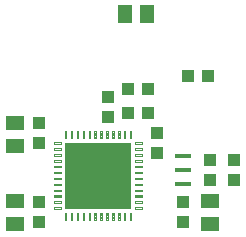
<source format=gbr>
G04 EAGLE Gerber RS-274X export*
G75*
%MOMM*%
%FSLAX34Y34*%
%LPD*%
%INSolderpaste Bottom*%
%IPPOS*%
%AMOC8*
5,1,8,0,0,1.08239X$1,22.5*%
G01*
%ADD10R,1.000000X1.100000*%
%ADD11R,1.500000X1.300000*%
%ADD12C,0.124994*%
%ADD13R,5.699988X5.699988*%
%ADD14R,1.399997X0.400000*%
%ADD15R,1.100000X1.000000*%
%ADD16R,1.300000X1.500000*%


D10*
X440690Y342020D03*
X440690Y359020D03*
D11*
X440690Y305460D03*
X440690Y324460D03*
D12*
X377827Y373077D02*
X377827Y374327D01*
X383577Y374327D01*
X383577Y373077D01*
X377827Y373077D01*
X377827Y374264D02*
X383577Y374264D01*
X377827Y369327D02*
X377827Y368077D01*
X377827Y369327D02*
X383577Y369327D01*
X383577Y368077D01*
X377827Y368077D01*
X377827Y369264D02*
X383577Y369264D01*
X377827Y364327D02*
X377827Y363077D01*
X377827Y364327D02*
X383577Y364327D01*
X383577Y363077D01*
X377827Y363077D01*
X377827Y364264D02*
X383577Y364264D01*
X377827Y359327D02*
X377827Y358077D01*
X377827Y359327D02*
X383577Y359327D01*
X383577Y358077D01*
X377827Y358077D01*
X377827Y359264D02*
X383577Y359264D01*
X377827Y354327D02*
X377827Y353077D01*
X377827Y354327D02*
X383577Y354327D01*
X383577Y353077D01*
X377827Y353077D01*
X377827Y354264D02*
X383577Y354264D01*
X377827Y349327D02*
X377827Y348077D01*
X377827Y349327D02*
X383577Y349327D01*
X383577Y348077D01*
X377827Y348077D01*
X377827Y349264D02*
X383577Y349264D01*
X377827Y344327D02*
X377827Y343077D01*
X377827Y344327D02*
X383577Y344327D01*
X383577Y343077D01*
X377827Y343077D01*
X377827Y344264D02*
X383577Y344264D01*
X377827Y339327D02*
X377827Y338077D01*
X377827Y339327D02*
X383577Y339327D01*
X383577Y338077D01*
X377827Y338077D01*
X377827Y339264D02*
X383577Y339264D01*
X377827Y334327D02*
X377827Y333077D01*
X377827Y334327D02*
X383577Y334327D01*
X383577Y333077D01*
X377827Y333077D01*
X377827Y334264D02*
X383577Y334264D01*
X377827Y329327D02*
X377827Y328077D01*
X377827Y329327D02*
X383577Y329327D01*
X383577Y328077D01*
X377827Y328077D01*
X377827Y329264D02*
X383577Y329264D01*
X377827Y324327D02*
X377827Y323077D01*
X377827Y324327D02*
X383577Y324327D01*
X383577Y323077D01*
X377827Y323077D01*
X377827Y324264D02*
X383577Y324264D01*
X377827Y319327D02*
X377827Y318077D01*
X377827Y319327D02*
X383577Y319327D01*
X383577Y318077D01*
X377827Y318077D01*
X377827Y319264D02*
X383577Y319264D01*
X374327Y314577D02*
X373077Y314577D01*
X374327Y314577D02*
X374327Y308827D01*
X373077Y308827D01*
X373077Y314577D01*
X373077Y310014D02*
X374327Y310014D01*
X374327Y311201D02*
X373077Y311201D01*
X373077Y312388D02*
X374327Y312388D01*
X374327Y313575D02*
X373077Y313575D01*
X369327Y314577D02*
X368077Y314577D01*
X369327Y314577D02*
X369327Y308827D01*
X368077Y308827D01*
X368077Y314577D01*
X368077Y310014D02*
X369327Y310014D01*
X369327Y311201D02*
X368077Y311201D01*
X368077Y312388D02*
X369327Y312388D01*
X369327Y313575D02*
X368077Y313575D01*
X364327Y314577D02*
X363077Y314577D01*
X364327Y314577D02*
X364327Y308827D01*
X363077Y308827D01*
X363077Y314577D01*
X363077Y310014D02*
X364327Y310014D01*
X364327Y311201D02*
X363077Y311201D01*
X363077Y312388D02*
X364327Y312388D01*
X364327Y313575D02*
X363077Y313575D01*
X359327Y314577D02*
X358077Y314577D01*
X359327Y314577D02*
X359327Y308827D01*
X358077Y308827D01*
X358077Y314577D01*
X358077Y310014D02*
X359327Y310014D01*
X359327Y311201D02*
X358077Y311201D01*
X358077Y312388D02*
X359327Y312388D01*
X359327Y313575D02*
X358077Y313575D01*
X354327Y314577D02*
X353077Y314577D01*
X354327Y314577D02*
X354327Y308827D01*
X353077Y308827D01*
X353077Y314577D01*
X353077Y310014D02*
X354327Y310014D01*
X354327Y311201D02*
X353077Y311201D01*
X353077Y312388D02*
X354327Y312388D01*
X354327Y313575D02*
X353077Y313575D01*
X349327Y314577D02*
X348077Y314577D01*
X349327Y314577D02*
X349327Y308827D01*
X348077Y308827D01*
X348077Y314577D01*
X348077Y310014D02*
X349327Y310014D01*
X349327Y311201D02*
X348077Y311201D01*
X348077Y312388D02*
X349327Y312388D01*
X349327Y313575D02*
X348077Y313575D01*
X344327Y314577D02*
X343077Y314577D01*
X344327Y314577D02*
X344327Y308827D01*
X343077Y308827D01*
X343077Y314577D01*
X343077Y310014D02*
X344327Y310014D01*
X344327Y311201D02*
X343077Y311201D01*
X343077Y312388D02*
X344327Y312388D01*
X344327Y313575D02*
X343077Y313575D01*
X339327Y314577D02*
X338077Y314577D01*
X339327Y314577D02*
X339327Y308827D01*
X338077Y308827D01*
X338077Y314577D01*
X338077Y310014D02*
X339327Y310014D01*
X339327Y311201D02*
X338077Y311201D01*
X338077Y312388D02*
X339327Y312388D01*
X339327Y313575D02*
X338077Y313575D01*
X334327Y314577D02*
X333077Y314577D01*
X334327Y314577D02*
X334327Y308827D01*
X333077Y308827D01*
X333077Y314577D01*
X333077Y310014D02*
X334327Y310014D01*
X334327Y311201D02*
X333077Y311201D01*
X333077Y312388D02*
X334327Y312388D01*
X334327Y313575D02*
X333077Y313575D01*
X329327Y314577D02*
X328077Y314577D01*
X329327Y314577D02*
X329327Y308827D01*
X328077Y308827D01*
X328077Y314577D01*
X328077Y310014D02*
X329327Y310014D01*
X329327Y311201D02*
X328077Y311201D01*
X328077Y312388D02*
X329327Y312388D01*
X329327Y313575D02*
X328077Y313575D01*
X324327Y314577D02*
X323077Y314577D01*
X324327Y314577D02*
X324327Y308827D01*
X323077Y308827D01*
X323077Y314577D01*
X323077Y310014D02*
X324327Y310014D01*
X324327Y311201D02*
X323077Y311201D01*
X323077Y312388D02*
X324327Y312388D01*
X324327Y313575D02*
X323077Y313575D01*
X319327Y314577D02*
X318077Y314577D01*
X319327Y314577D02*
X319327Y308827D01*
X318077Y308827D01*
X318077Y314577D01*
X318077Y310014D02*
X319327Y310014D01*
X319327Y311201D02*
X318077Y311201D01*
X318077Y312388D02*
X319327Y312388D01*
X319327Y313575D02*
X318077Y313575D01*
X314577Y318077D02*
X314577Y319327D01*
X314577Y318077D02*
X308827Y318077D01*
X308827Y319327D01*
X314577Y319327D01*
X314577Y319264D02*
X308827Y319264D01*
X314577Y323077D02*
X314577Y324327D01*
X314577Y323077D02*
X308827Y323077D01*
X308827Y324327D01*
X314577Y324327D01*
X314577Y324264D02*
X308827Y324264D01*
X314577Y328077D02*
X314577Y329327D01*
X314577Y328077D02*
X308827Y328077D01*
X308827Y329327D01*
X314577Y329327D01*
X314577Y329264D02*
X308827Y329264D01*
X314577Y333077D02*
X314577Y334327D01*
X314577Y333077D02*
X308827Y333077D01*
X308827Y334327D01*
X314577Y334327D01*
X314577Y334264D02*
X308827Y334264D01*
X314577Y338077D02*
X314577Y339327D01*
X314577Y338077D02*
X308827Y338077D01*
X308827Y339327D01*
X314577Y339327D01*
X314577Y339264D02*
X308827Y339264D01*
X314577Y343077D02*
X314577Y344327D01*
X314577Y343077D02*
X308827Y343077D01*
X308827Y344327D01*
X314577Y344327D01*
X314577Y344264D02*
X308827Y344264D01*
X314577Y348077D02*
X314577Y349327D01*
X314577Y348077D02*
X308827Y348077D01*
X308827Y349327D01*
X314577Y349327D01*
X314577Y349264D02*
X308827Y349264D01*
X314577Y353077D02*
X314577Y354327D01*
X314577Y353077D02*
X308827Y353077D01*
X308827Y354327D01*
X314577Y354327D01*
X314577Y354264D02*
X308827Y354264D01*
X314577Y358077D02*
X314577Y359327D01*
X314577Y358077D02*
X308827Y358077D01*
X308827Y359327D01*
X314577Y359327D01*
X314577Y359264D02*
X308827Y359264D01*
X314577Y363077D02*
X314577Y364327D01*
X314577Y363077D02*
X308827Y363077D01*
X308827Y364327D01*
X314577Y364327D01*
X314577Y364264D02*
X308827Y364264D01*
X314577Y368077D02*
X314577Y369327D01*
X314577Y368077D02*
X308827Y368077D01*
X308827Y369327D01*
X314577Y369327D01*
X314577Y369264D02*
X308827Y369264D01*
X314577Y373077D02*
X314577Y374327D01*
X314577Y373077D02*
X308827Y373077D01*
X308827Y374327D01*
X314577Y374327D01*
X314577Y374264D02*
X308827Y374264D01*
X318077Y377827D02*
X319327Y377827D01*
X318077Y377827D02*
X318077Y383577D01*
X319327Y383577D01*
X319327Y377827D01*
X319327Y379014D02*
X318077Y379014D01*
X318077Y380201D02*
X319327Y380201D01*
X319327Y381388D02*
X318077Y381388D01*
X318077Y382575D02*
X319327Y382575D01*
X323077Y377827D02*
X324327Y377827D01*
X323077Y377827D02*
X323077Y383577D01*
X324327Y383577D01*
X324327Y377827D01*
X324327Y379014D02*
X323077Y379014D01*
X323077Y380201D02*
X324327Y380201D01*
X324327Y381388D02*
X323077Y381388D01*
X323077Y382575D02*
X324327Y382575D01*
X328077Y377827D02*
X329327Y377827D01*
X328077Y377827D02*
X328077Y383577D01*
X329327Y383577D01*
X329327Y377827D01*
X329327Y379014D02*
X328077Y379014D01*
X328077Y380201D02*
X329327Y380201D01*
X329327Y381388D02*
X328077Y381388D01*
X328077Y382575D02*
X329327Y382575D01*
X333077Y377827D02*
X334327Y377827D01*
X333077Y377827D02*
X333077Y383577D01*
X334327Y383577D01*
X334327Y377827D01*
X334327Y379014D02*
X333077Y379014D01*
X333077Y380201D02*
X334327Y380201D01*
X334327Y381388D02*
X333077Y381388D01*
X333077Y382575D02*
X334327Y382575D01*
X338077Y377827D02*
X339327Y377827D01*
X338077Y377827D02*
X338077Y383577D01*
X339327Y383577D01*
X339327Y377827D01*
X339327Y379014D02*
X338077Y379014D01*
X338077Y380201D02*
X339327Y380201D01*
X339327Y381388D02*
X338077Y381388D01*
X338077Y382575D02*
X339327Y382575D01*
X343077Y377827D02*
X344327Y377827D01*
X343077Y377827D02*
X343077Y383577D01*
X344327Y383577D01*
X344327Y377827D01*
X344327Y379014D02*
X343077Y379014D01*
X343077Y380201D02*
X344327Y380201D01*
X344327Y381388D02*
X343077Y381388D01*
X343077Y382575D02*
X344327Y382575D01*
X348077Y377827D02*
X349327Y377827D01*
X348077Y377827D02*
X348077Y383577D01*
X349327Y383577D01*
X349327Y377827D01*
X349327Y379014D02*
X348077Y379014D01*
X348077Y380201D02*
X349327Y380201D01*
X349327Y381388D02*
X348077Y381388D01*
X348077Y382575D02*
X349327Y382575D01*
X353077Y377827D02*
X354327Y377827D01*
X353077Y377827D02*
X353077Y383577D01*
X354327Y383577D01*
X354327Y377827D01*
X354327Y379014D02*
X353077Y379014D01*
X353077Y380201D02*
X354327Y380201D01*
X354327Y381388D02*
X353077Y381388D01*
X353077Y382575D02*
X354327Y382575D01*
X358077Y377827D02*
X359327Y377827D01*
X358077Y377827D02*
X358077Y383577D01*
X359327Y383577D01*
X359327Y377827D01*
X359327Y379014D02*
X358077Y379014D01*
X358077Y380201D02*
X359327Y380201D01*
X359327Y381388D02*
X358077Y381388D01*
X358077Y382575D02*
X359327Y382575D01*
X363077Y377827D02*
X364327Y377827D01*
X363077Y377827D02*
X363077Y383577D01*
X364327Y383577D01*
X364327Y377827D01*
X364327Y379014D02*
X363077Y379014D01*
X363077Y380201D02*
X364327Y380201D01*
X364327Y381388D02*
X363077Y381388D01*
X363077Y382575D02*
X364327Y382575D01*
X368077Y377827D02*
X369327Y377827D01*
X368077Y377827D02*
X368077Y383577D01*
X369327Y383577D01*
X369327Y377827D01*
X369327Y379014D02*
X368077Y379014D01*
X368077Y380201D02*
X369327Y380201D01*
X369327Y381388D02*
X368077Y381388D01*
X368077Y382575D02*
X369327Y382575D01*
X373077Y377827D02*
X374327Y377827D01*
X373077Y377827D02*
X373077Y383577D01*
X374327Y383577D01*
X374327Y377827D01*
X374327Y379014D02*
X373077Y379014D01*
X373077Y380201D02*
X374327Y380201D01*
X374327Y381388D02*
X373077Y381388D01*
X373077Y382575D02*
X374327Y382575D01*
D13*
X346202Y346202D03*
D14*
X418305Y363010D03*
X418305Y351010D03*
X418305Y339010D03*
D15*
X354330Y412360D03*
X354330Y395360D03*
D11*
X275590Y390500D03*
X275590Y371500D03*
X275590Y305460D03*
X275590Y324460D03*
D10*
X417830Y306460D03*
X417830Y323460D03*
X295910Y390770D03*
X295910Y373770D03*
X295910Y306460D03*
X295910Y323460D03*
D15*
X388230Y398780D03*
X371230Y398780D03*
D10*
X396240Y381880D03*
X396240Y364880D03*
D15*
X461010Y359020D03*
X461010Y342020D03*
X371230Y419100D03*
X388230Y419100D03*
D16*
X368985Y482600D03*
X387985Y482600D03*
D10*
X422030Y430530D03*
X439030Y430530D03*
M02*

</source>
